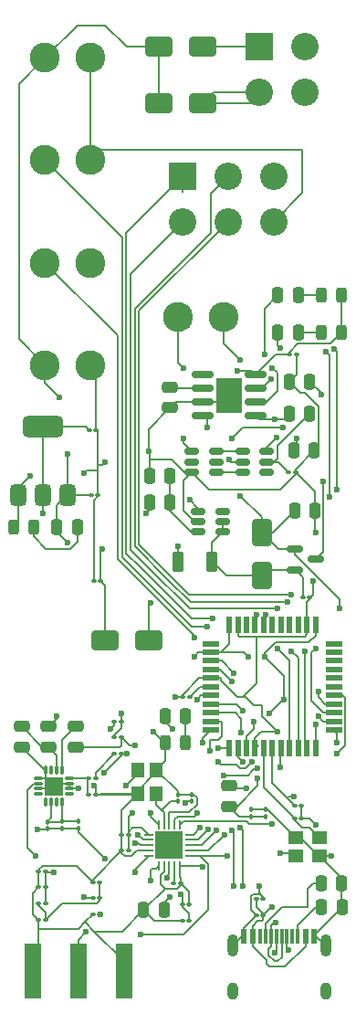
<source format=gbr>
%TF.GenerationSoftware,KiCad,Pcbnew,9.0.1*%
%TF.CreationDate,2025-07-21T15:53:40-04:00*%
%TF.ProjectId,wrangler,7772616e-676c-4657-922e-6b696361645f,rev?*%
%TF.SameCoordinates,Original*%
%TF.FileFunction,Copper,L1,Top*%
%TF.FilePolarity,Positive*%
%FSLAX46Y46*%
G04 Gerber Fmt 4.6, Leading zero omitted, Abs format (unit mm)*
G04 Created by KiCad (PCBNEW 9.0.1) date 2025-07-21 15:53:40*
%MOMM*%
%LPD*%
G01*
G04 APERTURE LIST*
G04 Aperture macros list*
%AMRoundRect*
0 Rectangle with rounded corners*
0 $1 Rounding radius*
0 $2 $3 $4 $5 $6 $7 $8 $9 X,Y pos of 4 corners*
0 Add a 4 corners polygon primitive as box body*
4,1,4,$2,$3,$4,$5,$6,$7,$8,$9,$2,$3,0*
0 Add four circle primitives for the rounded corners*
1,1,$1+$1,$2,$3*
1,1,$1+$1,$4,$5*
1,1,$1+$1,$6,$7*
1,1,$1+$1,$8,$9*
0 Add four rect primitives between the rounded corners*
20,1,$1+$1,$2,$3,$4,$5,0*
20,1,$1+$1,$4,$5,$6,$7,0*
20,1,$1+$1,$6,$7,$8,$9,0*
20,1,$1+$1,$8,$9,$2,$3,0*%
G04 Aperture macros list end*
%TA.AperFunction,SMDPad,CuDef*%
%ADD10RoundRect,0.100000X-0.130000X-0.100000X0.130000X-0.100000X0.130000X0.100000X-0.130000X0.100000X0*%
%TD*%
%TA.AperFunction,SMDPad,CuDef*%
%ADD11RoundRect,0.250000X-1.000000X-0.650000X1.000000X-0.650000X1.000000X0.650000X-1.000000X0.650000X0*%
%TD*%
%TA.AperFunction,SMDPad,CuDef*%
%ADD12RoundRect,0.100000X0.130000X0.100000X-0.130000X0.100000X-0.130000X-0.100000X0.130000X-0.100000X0*%
%TD*%
%TA.AperFunction,SMDPad,CuDef*%
%ADD13RoundRect,0.243750X-0.243750X-0.456250X0.243750X-0.456250X0.243750X0.456250X-0.243750X0.456250X0*%
%TD*%
%TA.AperFunction,SMDPad,CuDef*%
%ADD14RoundRect,0.150000X-0.587500X-0.150000X0.587500X-0.150000X0.587500X0.150000X-0.587500X0.150000X0*%
%TD*%
%TA.AperFunction,SMDPad,CuDef*%
%ADD15RoundRect,0.100000X-0.100000X0.130000X-0.100000X-0.130000X0.100000X-0.130000X0.100000X0.130000X0*%
%TD*%
%TA.AperFunction,SMDPad,CuDef*%
%ADD16RoundRect,0.250000X-0.475000X0.250000X-0.475000X-0.250000X0.475000X-0.250000X0.475000X0.250000X0*%
%TD*%
%TA.AperFunction,SMDPad,CuDef*%
%ADD17RoundRect,0.250000X0.250000X0.475000X-0.250000X0.475000X-0.250000X-0.475000X0.250000X-0.475000X0*%
%TD*%
%TA.AperFunction,SMDPad,CuDef*%
%ADD18RoundRect,0.250000X0.475000X-0.250000X0.475000X0.250000X-0.475000X0.250000X-0.475000X-0.250000X0*%
%TD*%
%TA.AperFunction,SMDPad,CuDef*%
%ADD19RoundRect,0.250000X-0.250000X-0.475000X0.250000X-0.475000X0.250000X0.475000X-0.250000X0.475000X0*%
%TD*%
%TA.AperFunction,SMDPad,CuDef*%
%ADD20RoundRect,0.250000X0.275000X0.700000X-0.275000X0.700000X-0.275000X-0.700000X0.275000X-0.700000X0*%
%TD*%
%TA.AperFunction,SMDPad,CuDef*%
%ADD21RoundRect,0.100000X0.100000X-0.130000X0.100000X0.130000X-0.100000X0.130000X-0.100000X-0.130000X0*%
%TD*%
%TA.AperFunction,SMDPad,CuDef*%
%ADD22RoundRect,0.150000X-0.512500X-0.150000X0.512500X-0.150000X0.512500X0.150000X-0.512500X0.150000X0*%
%TD*%
%TA.AperFunction,ComponentPad*%
%ADD23C,2.775000*%
%TD*%
%TA.AperFunction,SMDPad,CuDef*%
%ADD24RoundRect,0.033750X0.371250X0.101250X-0.371250X0.101250X-0.371250X-0.101250X0.371250X-0.101250X0*%
%TD*%
%TA.AperFunction,SMDPad,CuDef*%
%ADD25RoundRect,0.033750X0.101250X0.371250X-0.101250X0.371250X-0.101250X-0.371250X0.101250X-0.371250X0*%
%TD*%
%TA.AperFunction,SMDPad,CuDef*%
%ADD26R,1.700000X1.700000*%
%TD*%
%TA.AperFunction,SMDPad,CuDef*%
%ADD27RoundRect,0.375000X0.375000X-0.625000X0.375000X0.625000X-0.375000X0.625000X-0.375000X-0.625000X0*%
%TD*%
%TA.AperFunction,SMDPad,CuDef*%
%ADD28RoundRect,0.500000X1.400000X-0.500000X1.400000X0.500000X-1.400000X0.500000X-1.400000X-0.500000X0*%
%TD*%
%TA.AperFunction,SMDPad,CuDef*%
%ADD29R,0.600000X1.450000*%
%TD*%
%TA.AperFunction,SMDPad,CuDef*%
%ADD30R,0.300000X1.450000*%
%TD*%
%TA.AperFunction,HeatsinkPad*%
%ADD31O,1.000000X2.100000*%
%TD*%
%TA.AperFunction,HeatsinkPad*%
%ADD32O,1.000000X1.600000*%
%TD*%
%TA.AperFunction,SMDPad,CuDef*%
%ADD33RoundRect,0.250000X0.650000X-1.000000X0.650000X1.000000X-0.650000X1.000000X-0.650000X-1.000000X0*%
%TD*%
%TA.AperFunction,ComponentPad*%
%ADD34R,2.550000X2.550000*%
%TD*%
%TA.AperFunction,ComponentPad*%
%ADD35C,2.550000*%
%TD*%
%TA.AperFunction,SMDPad,CuDef*%
%ADD36R,1.400000X1.200000*%
%TD*%
%TA.AperFunction,SMDPad,CuDef*%
%ADD37RoundRect,0.150000X-0.825000X-0.150000X0.825000X-0.150000X0.825000X0.150000X-0.825000X0.150000X0*%
%TD*%
%TA.AperFunction,HeatsinkPad*%
%ADD38C,0.500000*%
%TD*%
%TA.AperFunction,HeatsinkPad*%
%ADD39R,2.410000X3.300000*%
%TD*%
%TA.AperFunction,SMDPad,CuDef*%
%ADD40RoundRect,0.062500X0.350000X0.062500X-0.350000X0.062500X-0.350000X-0.062500X0.350000X-0.062500X0*%
%TD*%
%TA.AperFunction,SMDPad,CuDef*%
%ADD41RoundRect,0.062500X0.062500X0.350000X-0.062500X0.350000X-0.062500X-0.350000X0.062500X-0.350000X0*%
%TD*%
%TA.AperFunction,HeatsinkPad*%
%ADD42R,2.500000X2.500000*%
%TD*%
%TA.AperFunction,SMDPad,CuDef*%
%ADD43R,1.500000X5.080000*%
%TD*%
%TA.AperFunction,SMDPad,CuDef*%
%ADD44R,1.200000X1.400000*%
%TD*%
%TA.AperFunction,SMDPad,CuDef*%
%ADD45R,1.500000X0.550000*%
%TD*%
%TA.AperFunction,SMDPad,CuDef*%
%ADD46R,0.550000X1.500000*%
%TD*%
%TA.AperFunction,ViaPad*%
%ADD47C,0.600000*%
%TD*%
%TA.AperFunction,Conductor*%
%ADD48C,0.200000*%
%TD*%
G04 APERTURE END LIST*
D10*
%TO.P,C10,1*%
%TO.N,Net-(U4-DVDD)*%
X193835000Y-139000000D03*
%TO.P,C10,2*%
%TO.N,GND*%
X194475000Y-139000000D03*
%TD*%
D11*
%TO.P,D1,1,K*%
%TO.N,+5.3V*%
X187500000Y-116500000D03*
%TO.P,D1,2,A*%
%TO.N,Net-(D1-A)*%
X191500000Y-116500000D03*
%TD*%
D12*
%TO.P,C17,1*%
%TO.N,Net-(U5-ANT)*%
X181975000Y-139400000D03*
%TO.P,C17,2*%
%TO.N,GND*%
X181335000Y-139400000D03*
%TD*%
D11*
%TO.P,D3,1,K*%
%TO.N,+5V*%
X192500000Y-66750000D03*
%TO.P,D3,2,A*%
%TO.N,LowSwitch*%
X196500000Y-66750000D03*
%TD*%
D13*
%TO.P,D12,1,K*%
%TO.N,GND*%
X193075000Y-126000000D03*
%TO.P,D12,2,A*%
%TO.N,Net-(D12-A)*%
X194950000Y-126000000D03*
%TD*%
D12*
%TO.P,C22,1*%
%TO.N,GND*%
X205140000Y-100900000D03*
%TO.P,C22,2*%
%TO.N,Net-(U8-VCC)*%
X204500000Y-100900000D03*
%TD*%
%TO.P,C16,1*%
%TO.N,Net-(U5-ANT)*%
X181975000Y-137900000D03*
%TO.P,C16,2*%
%TO.N,GND*%
X181335000Y-137900000D03*
%TD*%
D14*
%TO.P,Q2,1,G*%
%TO.N,Vusb*%
X205125000Y-108050000D03*
%TO.P,Q2,2,S*%
%TO.N,Net-(D2-K)*%
X205125000Y-109950000D03*
%TO.P,Q2,3,D*%
%TO.N,+V_Batt*%
X207000000Y-109000000D03*
%TD*%
D15*
%TO.P,C14,1*%
%TO.N,Net-(C13-Pad1)*%
X183500000Y-133285000D03*
%TO.P,C14,2*%
%TO.N,+3.3V*%
X183500000Y-133925000D03*
%TD*%
D16*
%TO.P,R8,1*%
%TO.N,Net-(U5-TXEN)*%
X184750000Y-124500000D03*
%TO.P,R8,2*%
%TO.N,VDD_PA*%
X184750000Y-126400000D03*
%TD*%
D10*
%TO.P,L3,1,1*%
%TO.N,Net-(C6-Pad1)*%
X188335000Y-127000000D03*
%TO.P,L3,2,2*%
%TO.N,Net-(U4-ANT2)*%
X188975000Y-127000000D03*
%TD*%
D17*
%TO.P,R12,1*%
%TO.N,GND*%
X206900000Y-98900000D03*
%TO.P,R12,2*%
%TO.N,Net-(U8-GND)*%
X205000000Y-98900000D03*
%TD*%
D18*
%TO.P,R3,1*%
%TO.N,GND*%
X193500000Y-94950000D03*
%TO.P,R3,2*%
%TO.N,Net-(U2-PROG)*%
X193500000Y-93050000D03*
%TD*%
D19*
%TO.P,R9,1*%
%TO.N,Vusb*%
X205050000Y-104500000D03*
%TO.P,R9,2*%
%TO.N,GND*%
X206950000Y-104500000D03*
%TD*%
%TO.P,R5,1*%
%TO.N,GND*%
X191050000Y-141500000D03*
%TO.P,R5,2*%
%TO.N,Net-(U4-IREF)*%
X192950000Y-141500000D03*
%TD*%
D17*
%TO.P,R10,1*%
%TO.N,Net-(D11-A)*%
X184900000Y-106000000D03*
%TO.P,R10,2*%
%TO.N,+5V*%
X183000000Y-106000000D03*
%TD*%
D12*
%TO.P,C20,1*%
%TO.N,Net-(J2-In)*%
X186975000Y-141900000D03*
%TO.P,C20,2*%
%TO.N,GND*%
X186335000Y-141900000D03*
%TD*%
D20*
%TO.P,L5,1,1*%
%TO.N,Net-(D2-K)*%
X197400000Y-109250000D03*
%TO.P,L5,2,2*%
%TO.N,Net-(D1-A)*%
X194250000Y-109250000D03*
%TD*%
D12*
%TO.P,C19,1*%
%TO.N,Net-(C18-Pad1)*%
X186975000Y-138900000D03*
%TO.P,C19,2*%
%TO.N,GND*%
X186335000Y-138900000D03*
%TD*%
D21*
%TO.P,C28,1*%
%TO.N,+5V*%
X201000000Y-132820000D03*
%TO.P,C28,2*%
%TO.N,GND*%
X201000000Y-132180000D03*
%TD*%
D17*
%TO.P,R14,1*%
%TO.N,Net-(U8-VCC)*%
X206450000Y-95500000D03*
%TO.P,R14,2*%
%TO.N,+V_Batt*%
X204550000Y-95500000D03*
%TD*%
D22*
%TO.P,U8,1,OD*%
%TO.N,Net-(Q3-G1)*%
X200225000Y-99000000D03*
%TO.P,U8,2,CS*%
%TO.N,Net-(U8-CS)*%
X200225000Y-99950000D03*
%TO.P,U8,3,OC*%
%TO.N,Net-(Q3-G2)*%
X200225000Y-100900000D03*
%TO.P,U8,4,TD*%
%TO.N,unconnected-(U8-TD-Pad4)*%
X202500000Y-100900000D03*
%TO.P,U8,5,VCC*%
%TO.N,Net-(U8-VCC)*%
X202500000Y-99950000D03*
%TO.P,U8,6,GND*%
%TO.N,Net-(U8-GND)*%
X202500000Y-99000000D03*
%TD*%
D19*
%TO.P,R16,1*%
%TO.N,GND*%
X191600000Y-101250000D03*
%TO.P,R16,2*%
%TO.N,Net-(U9-FB)*%
X193500000Y-101250000D03*
%TD*%
D10*
%TO.P,C21,1*%
%TO.N,GND*%
X201525000Y-142000000D03*
%TO.P,C21,2*%
%TO.N,Vusb*%
X202165000Y-142000000D03*
%TD*%
D12*
%TO.P,L2,1,1*%
%TO.N,VDD_PA*%
X188973687Y-125500000D03*
%TO.P,L2,2,2*%
%TO.N,Net-(U4-ANT1)*%
X188333687Y-125500000D03*
%TD*%
%TO.P,C6,1*%
%TO.N,Net-(C6-Pad1)*%
X186600000Y-129285000D03*
%TO.P,C6,2*%
%TO.N,Net-(U5-TXRX)*%
X185960000Y-129285000D03*
%TD*%
D16*
%TO.P,R6,1*%
%TO.N,CE*%
X182250000Y-124500000D03*
%TO.P,R6,2*%
%TO.N,Net-(U5-RXEN)*%
X182250000Y-126400000D03*
%TD*%
D10*
%TO.P,C23,1*%
%TO.N,Net-(D2-K)*%
X205835000Y-112500000D03*
%TO.P,C23,2*%
%TO.N,GND*%
X206475000Y-112500000D03*
%TD*%
D17*
%TO.P,R13,1*%
%TO.N,Net-(U8-CS)*%
X206450000Y-92500000D03*
%TO.P,R13,2*%
%TO.N,GND*%
X204550000Y-92500000D03*
%TD*%
D22*
%TO.P,U9,1,SW*%
%TO.N,Net-(D1-A)*%
X196125000Y-104550000D03*
%TO.P,U9,2,GND*%
%TO.N,GND*%
X196125000Y-105500000D03*
%TO.P,U9,3,FB*%
%TO.N,Net-(U9-FB)*%
X196125000Y-106450000D03*
%TO.P,U9,4,EN*%
%TO.N,Net-(D2-K)*%
X198400000Y-106450000D03*
%TO.P,U9,5,IN*%
X198400000Y-105500000D03*
%TO.P,U9,6,NC*%
%TO.N,unconnected-(U9-NC-Pad6)*%
X198400000Y-104550000D03*
%TD*%
D10*
%TO.P,C30,1*%
%TO.N,Net-(U3-XTAL2)*%
X205049466Y-132995460D03*
%TO.P,C30,2*%
%TO.N,GND*%
X205689466Y-132995460D03*
%TD*%
D21*
%TO.P,C29,1*%
%TO.N,+5V*%
X202369466Y-132815460D03*
%TO.P,C29,2*%
%TO.N,GND*%
X202369466Y-132175460D03*
%TD*%
D12*
%TO.P,L6,1,1*%
%TO.N,Net-(C18-Pad1)*%
X186975000Y-140400000D03*
%TO.P,L6,2,2*%
%TO.N,Net-(J2-In)*%
X186335000Y-140400000D03*
%TD*%
D21*
%TO.P,C11,1*%
%TO.N,Net-(U4-XC2)*%
X194250000Y-131415000D03*
%TO.P,C11,2*%
%TO.N,GND*%
X194250000Y-130775000D03*
%TD*%
%TO.P,C12,1*%
%TO.N,Net-(U4-XC1)*%
X195500000Y-131415000D03*
%TO.P,C12,2*%
%TO.N,GND*%
X195500000Y-130775000D03*
%TD*%
D19*
%TO.P,R19,1*%
%TO.N,Net-(U3-PB7)*%
X193050000Y-123500000D03*
%TO.P,R19,2*%
%TO.N,Net-(D12-A)*%
X194950000Y-123500000D03*
%TD*%
D12*
%TO.P,C8,1*%
%TO.N,+3.3V*%
X195283379Y-142500000D03*
%TO.P,C8,2*%
%TO.N,GND*%
X194643379Y-142500000D03*
%TD*%
D23*
%TO.P,J-LED1,1,1*%
%TO.N,GND*%
X186100000Y-62500000D03*
%TO.P,J-LED1,2,2*%
%TO.N,+5V*%
X181900000Y-62500000D03*
%TD*%
D10*
%TO.P,C31,1*%
%TO.N,Net-(U3-XTAL1)*%
X205055712Y-131796221D03*
%TO.P,C31,2*%
%TO.N,GND*%
X205695712Y-131796221D03*
%TD*%
D18*
%TO.P,R7,1*%
%TO.N,GND*%
X179750000Y-126400000D03*
%TO.P,R7,2*%
%TO.N,Net-(U5-RXEN)*%
X179750000Y-124500000D03*
%TD*%
D10*
%TO.P,C24,1*%
%TO.N,GND*%
X186430000Y-111000000D03*
%TO.P,C24,2*%
%TO.N,+5.3V*%
X187070000Y-111000000D03*
%TD*%
D23*
%TO.P,J-Trigger1,1,1*%
%TO.N,GND*%
X186100000Y-81500000D03*
%TO.P,J-Trigger1,2,2*%
%TO.N,GPIO5*%
X181900000Y-81500000D03*
%TD*%
D13*
%TO.P,D10,1,K*%
%TO.N,Net-(D10-K)*%
X207525000Y-88000000D03*
%TO.P,D10,2,A*%
%TO.N,Vusb*%
X209400000Y-88000000D03*
%TD*%
D24*
%TO.P,U5,1*%
%TO.N,N/C*%
X184195000Y-130755000D03*
%TO.P,U5,2,GND*%
%TO.N,GND*%
X184195000Y-130255000D03*
%TO.P,U5,3,GND*%
X184195000Y-129755000D03*
%TO.P,U5,4,TXRX*%
%TO.N,Net-(U5-TXRX)*%
X184195000Y-129255000D03*
D25*
%TO.P,U5,5,TXEN*%
%TO.N,Net-(U5-TXEN)*%
X183500000Y-128560000D03*
%TO.P,U5,6,RXEN*%
%TO.N,Net-(U5-RXEN)*%
X183000000Y-128560000D03*
%TO.P,U5,7*%
%TO.N,N/C*%
X182500000Y-128560000D03*
%TO.P,U5,8,GND*%
%TO.N,GND*%
X182000000Y-128560000D03*
D24*
%TO.P,U5,9,GND*%
X181305000Y-129255000D03*
%TO.P,U5,10,ANT*%
%TO.N,Net-(U5-ANT)*%
X181305000Y-129755000D03*
%TO.P,U5,11,GND*%
%TO.N,GND*%
X181305000Y-130255000D03*
%TO.P,U5,12*%
%TO.N,N/C*%
X181305000Y-130755000D03*
D25*
%TO.P,U5,13*%
X182000000Y-131450000D03*
%TO.P,U5,14,VDD*%
%TO.N,Net-(C13-Pad1)*%
X182500000Y-131450000D03*
%TO.P,U5,15*%
%TO.N,N/C*%
X183000000Y-131450000D03*
%TO.P,U5,16,VDD*%
%TO.N,Net-(C13-Pad1)*%
X183500000Y-131450000D03*
D26*
%TO.P,U5,17,GND*%
%TO.N,GND*%
X182750000Y-130005000D03*
%TD*%
D12*
%TO.P,C7,1*%
%TO.N,GND*%
X186600000Y-130785000D03*
%TO.P,C7,2*%
%TO.N,Net-(U5-TXRX)*%
X185960000Y-130785000D03*
%TD*%
D10*
%TO.P,C26,1*%
%TO.N,+3.3V*%
X186025000Y-97000000D03*
%TO.P,C26,2*%
%TO.N,GND*%
X186665000Y-97000000D03*
%TD*%
D17*
%TO.P,R15,1*%
%TO.N,Net-(U9-FB)*%
X193500000Y-103750000D03*
%TO.P,R15,2*%
%TO.N,+5.3V*%
X191600000Y-103750000D03*
%TD*%
D23*
%TO.P,J-BattLED1,1,1*%
%TO.N,GND*%
X186100000Y-91000000D03*
%TO.P,J-BattLED1,2,2*%
%TO.N,+5V*%
X181900000Y-91000000D03*
%TD*%
D19*
%TO.P,R2,1*%
%TO.N,Net-(U2-~{CHRG})*%
X203500000Y-88000000D03*
%TO.P,R2,2*%
%TO.N,Net-(D10-K)*%
X205400000Y-88000000D03*
%TD*%
D27*
%TO.P,U6,1,ADJ*%
%TO.N,GND*%
X179400000Y-103000000D03*
%TO.P,U6,2,VO*%
%TO.N,+3.3V*%
X181700000Y-103000000D03*
D28*
X181700000Y-96700000D03*
D27*
%TO.P,U6,3,VI*%
%TO.N,+5V*%
X184000000Y-103000000D03*
%TD*%
D12*
%TO.P,C5,1*%
%TO.N,VDD_PA*%
X189665000Y-136000000D03*
%TO.P,C5,2*%
%TO.N,GND*%
X189025000Y-136000000D03*
%TD*%
%TO.P,C4,1*%
%TO.N,VDD_PA*%
X189665000Y-134500000D03*
%TO.P,C4,2*%
%TO.N,GND*%
X189025000Y-134500000D03*
%TD*%
D13*
%TO.P,D9,1,K*%
%TO.N,Net-(D9-K)*%
X207500000Y-84500000D03*
%TO.P,D9,2,A*%
%TO.N,Vusb*%
X209375000Y-84500000D03*
%TD*%
D12*
%TO.P,C32,1*%
%TO.N,Net-(U3-UCAP)*%
X195320000Y-121750000D03*
%TO.P,C32,2*%
%TO.N,GND*%
X194680000Y-121750000D03*
%TD*%
D17*
%TO.P,R18,1*%
%TO.N,GND*%
X209450000Y-141250000D03*
%TO.P,R18,2*%
%TO.N,Net-(J1-CC2)*%
X207550000Y-141250000D03*
%TD*%
D12*
%TO.P,C18,1*%
%TO.N,Net-(C18-Pad1)*%
X181975000Y-142400000D03*
%TO.P,C18,2*%
%TO.N,GND*%
X181335000Y-142400000D03*
%TD*%
D29*
%TO.P,J1,A1,GND*%
%TO.N,GND*%
X200360000Y-143905000D03*
%TO.P,J1,A4,VBUS*%
%TO.N,Vusb*%
X201160000Y-143905000D03*
D30*
%TO.P,J1,A5,CC1*%
%TO.N,Net-(J1-CC1)*%
X202360000Y-143905000D03*
%TO.P,J1,A6,D+*%
%TO.N,D+*%
X203360000Y-143905000D03*
%TO.P,J1,A7,D-*%
%TO.N,D-*%
X203860000Y-143905000D03*
%TO.P,J1,A8,SBU1*%
%TO.N,unconnected-(J1-SBU1-PadA8)*%
X204860000Y-143905000D03*
D29*
%TO.P,J1,A9,VBUS*%
%TO.N,Vusb*%
X206060000Y-143905000D03*
%TO.P,J1,A12,GND*%
%TO.N,GND*%
X206860000Y-143905000D03*
%TO.P,J1,B1,GND*%
X206860000Y-143905000D03*
%TO.P,J1,B4,VBUS*%
%TO.N,Vusb*%
X206060000Y-143905000D03*
D30*
%TO.P,J1,B5,CC2*%
%TO.N,Net-(J1-CC2)*%
X205360000Y-143905000D03*
%TO.P,J1,B6,D+*%
%TO.N,D+*%
X204360000Y-143905000D03*
%TO.P,J1,B7,D-*%
%TO.N,D-*%
X202860000Y-143905000D03*
%TO.P,J1,B8,SBU2*%
%TO.N,unconnected-(J1-SBU2-PadB8)*%
X201860000Y-143905000D03*
D29*
%TO.P,J1,B9,VBUS*%
%TO.N,Vusb*%
X201160000Y-143905000D03*
%TO.P,J1,B12,GND*%
%TO.N,GND*%
X200360000Y-143905000D03*
D31*
%TO.P,J1,S1,SHIELD*%
X199290000Y-144820000D03*
D32*
X199290000Y-149000000D03*
D31*
X207930000Y-144820000D03*
D32*
X207930000Y-149000000D03*
%TD*%
D33*
%TO.P,D2,1,K*%
%TO.N,Net-(D2-K)*%
X202000000Y-110500000D03*
%TO.P,D2,2,A*%
%TO.N,Vusb*%
X202000000Y-106500000D03*
%TD*%
D12*
%TO.P,C9,1*%
%TO.N,GND*%
X195270000Y-141000000D03*
%TO.P,C9,2*%
%TO.N,+3.3V*%
X194630000Y-141000000D03*
%TD*%
D19*
%TO.P,R1,1*%
%TO.N,Net-(U2-~{STDBY})*%
X203500000Y-84500000D03*
%TO.P,R1,2*%
%TO.N,Net-(D9-K)*%
X205400000Y-84500000D03*
%TD*%
D34*
%TO.P,J-Joystick1,1,1*%
%TO.N,GPIO1*%
X194700000Y-73500000D03*
D35*
%TO.P,J-Joystick1,2,2*%
%TO.N,GPIO2*%
X194700000Y-77700000D03*
%TO.P,J-Joystick1,3,3*%
%TO.N,GPIO3*%
X198900000Y-73500000D03*
%TO.P,J-Joystick1,4,4*%
%TO.N,GPIO4*%
X198900000Y-77700000D03*
%TO.P,J-Joystick1,5,5*%
%TO.N,unconnected-(J-Joystick1-Pad5)*%
X203100000Y-73500000D03*
%TO.P,J-Joystick1,6,6*%
%TO.N,GND*%
X203100000Y-77700000D03*
%TD*%
D15*
%TO.P,C13,1*%
%TO.N,Net-(C13-Pad1)*%
X182100000Y-133310000D03*
%TO.P,C13,2*%
%TO.N,+3.3V*%
X182100000Y-133950000D03*
%TD*%
D11*
%TO.P,D4,1,K*%
%TO.N,+5V*%
X192500000Y-61500000D03*
%TO.P,D4,2,A*%
%TO.N,HighSwitch*%
X196500000Y-61500000D03*
%TD*%
D36*
%TO.P,Y2,1,1*%
%TO.N,Net-(U3-XTAL1)*%
X205169466Y-136495460D03*
%TO.P,Y2,2,2*%
%TO.N,GND*%
X207369466Y-136495460D03*
%TO.P,Y2,3,3*%
%TO.N,Net-(U3-XTAL2)*%
X207369466Y-134795460D03*
%TO.P,Y2,4,4*%
%TO.N,GND*%
X205169466Y-134795460D03*
%TD*%
D23*
%TO.P,J-18650,1,1*%
%TO.N,-V_Batt*%
X194250000Y-86500000D03*
%TO.P,J-18650,2,2*%
%TO.N,+V_Batt*%
X198450000Y-86500000D03*
%TD*%
D16*
%TO.P,R17,1*%
%TO.N,Net-(U3-~{RESET})*%
X199000000Y-130000000D03*
%TO.P,R17,2*%
%TO.N,+5V*%
X199000000Y-131900000D03*
%TD*%
D37*
%TO.P,U2,1,TEMP*%
%TO.N,unconnected-(U2-TEMP-Pad1)*%
X196500000Y-91895000D03*
%TO.P,U2,2,PROG*%
%TO.N,Net-(U2-PROG)*%
X196500000Y-93165000D03*
%TO.P,U2,3,GND*%
%TO.N,GND*%
X196500000Y-94435000D03*
%TO.P,U2,4,V_{CC}*%
%TO.N,Vusb*%
X196500000Y-95705000D03*
%TO.P,U2,5,BAT*%
%TO.N,+V_Batt*%
X201450000Y-95705000D03*
%TO.P,U2,6,~{STDBY}*%
%TO.N,Net-(U2-~{STDBY})*%
X201450000Y-94435000D03*
%TO.P,U2,7,~{CHRG}*%
%TO.N,Net-(U2-~{CHRG})*%
X201450000Y-93165000D03*
%TO.P,U2,8,CE*%
%TO.N,Vusb*%
X201450000Y-91895000D03*
D38*
%TO.P,U2,9,EPAD*%
%TO.N,GND*%
X198275000Y-92600000D03*
X198275000Y-93800000D03*
X198275000Y-95000000D03*
D39*
X198975000Y-93800000D03*
D38*
X199675000Y-92600000D03*
X199675000Y-93800000D03*
X199675000Y-95000000D03*
%TD*%
D34*
%TO.P,J-PowerSwitch1,1,1*%
%TO.N,HighSwitch*%
X201800000Y-61500000D03*
D35*
%TO.P,J-PowerSwitch1,2,2*%
%TO.N,LowSwitch*%
X201800000Y-65700000D03*
%TO.P,J-PowerSwitch1,3,3*%
%TO.N,unconnected-(J-PowerSwitch1-Pad3)*%
X206000000Y-61500000D03*
%TO.P,J-PowerSwitch1,4,4*%
%TO.N,+5.3V*%
X206000000Y-65700000D03*
%TD*%
D15*
%TO.P,C15,1*%
%TO.N,Net-(C13-Pad1)*%
X185000000Y-133285000D03*
%TO.P,C15,2*%
%TO.N,+3.3V*%
X185000000Y-133925000D03*
%TD*%
D40*
%TO.P,U4,1,CE*%
%TO.N,CE*%
X195375000Y-136500000D03*
%TO.P,U4,2,CSN*%
%TO.N,CSN*%
X195375000Y-136000000D03*
%TO.P,U4,3,SCK*%
%TO.N,SCK*%
X195375000Y-135500000D03*
%TO.P,U4,4,MOSI*%
%TO.N,MOSI*%
X195375000Y-135000000D03*
%TO.P,U4,5,MISO*%
%TO.N,MISO*%
X195375000Y-134500000D03*
D41*
%TO.P,U4,6,IRQ*%
%TO.N,IRQ*%
X194437500Y-133562500D03*
%TO.P,U4,7,VDD*%
%TO.N,+3.3V*%
X193937500Y-133562500D03*
%TO.P,U4,8,VSS*%
%TO.N,GND*%
X193437500Y-133562500D03*
%TO.P,U4,9,XC2*%
%TO.N,Net-(U4-XC2)*%
X192937500Y-133562500D03*
%TO.P,U4,10,XC1*%
%TO.N,Net-(U4-XC1)*%
X192437500Y-133562500D03*
D40*
%TO.P,U4,11,VDD_PA*%
%TO.N,VDD_PA*%
X191500000Y-134500000D03*
%TO.P,U4,12,ANT1*%
%TO.N,Net-(U4-ANT1)*%
X191500000Y-135000000D03*
%TO.P,U4,13,ANT2*%
%TO.N,Net-(U4-ANT2)*%
X191500000Y-135500000D03*
%TO.P,U4,14,VSS*%
%TO.N,GND*%
X191500000Y-136000000D03*
%TO.P,U4,15,VDD*%
%TO.N,+3.3V*%
X191500000Y-136500000D03*
D41*
%TO.P,U4,16,IREF*%
%TO.N,Net-(U4-IREF)*%
X192437500Y-137437500D03*
%TO.P,U4,17,VSS*%
%TO.N,GND*%
X192937500Y-137437500D03*
%TO.P,U4,18,VDD*%
%TO.N,+3.3V*%
X193437500Y-137437500D03*
%TO.P,U4,19,DVDD*%
%TO.N,Net-(U4-DVDD)*%
X193937500Y-137437500D03*
%TO.P,U4,20,VSS*%
%TO.N,GND*%
X194437500Y-137437500D03*
D42*
%TO.P,U4,21*%
%TO.N,N/C*%
X193437500Y-135500000D03*
%TD*%
D12*
%TO.P,L1,1,1*%
%TO.N,Net-(U4-ANT1)*%
X188976997Y-124000000D03*
%TO.P,L1,2,2*%
%TO.N,Net-(U4-ANT2)*%
X188336997Y-124000000D03*
%TD*%
D10*
%TO.P,C1,1*%
%TO.N,Vusb*%
X204585000Y-90000000D03*
%TO.P,C1,2*%
%TO.N,GND*%
X205225000Y-90000000D03*
%TD*%
D23*
%TO.P,J-Spare1,1,1*%
%TO.N,GND*%
X186100000Y-72000000D03*
%TO.P,J-Spare1,2,2*%
%TO.N,GPIO6*%
X181900000Y-72000000D03*
%TD*%
D13*
%TO.P,D11,1,K*%
%TO.N,GND*%
X179012500Y-106000000D03*
%TO.P,D11,2,A*%
%TO.N,Net-(D11-A)*%
X180887500Y-106000000D03*
%TD*%
D10*
%TO.P,C25,1*%
%TO.N,+5V*%
X186180000Y-103000000D03*
%TO.P,C25,2*%
%TO.N,GND*%
X186820000Y-103000000D03*
%TD*%
%TO.P,C27,1*%
%TO.N,Vusb*%
X201525000Y-140500000D03*
%TO.P,C27,2*%
%TO.N,GND*%
X202165000Y-140500000D03*
%TD*%
D43*
%TO.P,J2,1,In*%
%TO.N,Net-(J2-In)*%
X185000000Y-147137500D03*
%TO.P,J2,2,Ext*%
%TO.N,GND*%
X189250000Y-147137500D03*
X180750000Y-147137500D03*
%TD*%
D12*
%TO.P,L4,1,1*%
%TO.N,Net-(U5-ANT)*%
X181975000Y-140900000D03*
%TO.P,L4,2,2*%
%TO.N,Net-(C18-Pad1)*%
X181335000Y-140900000D03*
%TD*%
D44*
%TO.P,Y1,1,1*%
%TO.N,Net-(U4-XC2)*%
X192250000Y-130700000D03*
%TO.P,Y1,2,2*%
%TO.N,GND*%
X192250000Y-128500000D03*
%TO.P,Y1,3,3*%
%TO.N,Net-(U4-XC1)*%
X190550000Y-128500000D03*
%TO.P,Y1,4,4*%
%TO.N,GND*%
X190550000Y-130700000D03*
%TD*%
D22*
%TO.P,Q3,1,S1*%
%TO.N,-V_Batt*%
X195500000Y-99000000D03*
%TO.P,Q3,2,D1/D2_1*%
%TO.N,unconnected-(Q3-D1{slash}D2_1-Pad2)*%
X195500000Y-99950000D03*
%TO.P,Q3,3,S2*%
%TO.N,GND*%
X195500000Y-100900000D03*
%TO.P,Q3,4,G2*%
%TO.N,Net-(Q3-G2)*%
X197775000Y-100900000D03*
%TO.P,Q3,5,D1/D2_2*%
%TO.N,unconnected-(Q3-D1{slash}D2_2-Pad5)*%
X197775000Y-99950000D03*
%TO.P,Q3,6,G1*%
%TO.N,Net-(Q3-G1)*%
X197775000Y-99000000D03*
%TD*%
D17*
%TO.P,R11,1*%
%TO.N,GND*%
X209400000Y-139000000D03*
%TO.P,R11,2*%
%TO.N,Net-(J1-CC1)*%
X207500000Y-139000000D03*
%TD*%
D45*
%TO.P,U3,1,PE6*%
%TO.N,unconnected-(U3-PE6-Pad1)*%
X197300000Y-116800000D03*
%TO.P,U3,2,UVCC*%
%TO.N,+5V*%
X197300000Y-117600000D03*
%TO.P,U3,3,D-*%
%TO.N,D-*%
X197300000Y-118400000D03*
%TO.P,U3,4,D+*%
%TO.N,D+*%
X197300000Y-119200000D03*
%TO.P,U3,5,UGND*%
%TO.N,GND*%
X197300000Y-120000000D03*
%TO.P,U3,6,UCAP*%
%TO.N,Net-(U3-UCAP)*%
X197300000Y-120800000D03*
%TO.P,U3,7,VBUS*%
%TO.N,+5V*%
X197300000Y-121600000D03*
%TO.P,U3,8,PB0*%
%TO.N,CSN*%
X197300000Y-122400000D03*
%TO.P,U3,9,PB1*%
%TO.N,SCK*%
X197300000Y-123200000D03*
%TO.P,U3,10,PB2*%
%TO.N,MOSI*%
X197300000Y-124000000D03*
%TO.P,U3,11,PB3*%
%TO.N,MISO*%
X197300000Y-124800000D03*
D46*
%TO.P,U3,12,PB7*%
%TO.N,Net-(U3-PB7)*%
X199000000Y-126500000D03*
%TO.P,U3,13,~{RESET}*%
%TO.N,Net-(U3-~{RESET})*%
X199800000Y-126500000D03*
%TO.P,U3,14,VCC*%
%TO.N,+5V*%
X200600000Y-126500000D03*
%TO.P,U3,15,GND*%
%TO.N,GND*%
X201400000Y-126500000D03*
%TO.P,U3,16,XTAL2*%
%TO.N,Net-(U3-XTAL2)*%
X202200000Y-126500000D03*
%TO.P,U3,17,XTAL1*%
%TO.N,Net-(U3-XTAL1)*%
X203000000Y-126500000D03*
%TO.P,U3,18,PD0*%
%TO.N,IRQ*%
X203800000Y-126500000D03*
%TO.P,U3,19,PD1*%
%TO.N,GPIO1*%
X204600000Y-126500000D03*
%TO.P,U3,20,PD2*%
%TO.N,GPIO2*%
X205400000Y-126500000D03*
%TO.P,U3,21,PD3*%
%TO.N,GPIO3*%
X206200000Y-126500000D03*
%TO.P,U3,22,PD5*%
%TO.N,GPIO5*%
X207000000Y-126500000D03*
D45*
%TO.P,U3,23,GND*%
%TO.N,GND*%
X208700000Y-124800000D03*
%TO.P,U3,24,AVCC*%
%TO.N,+5V*%
X208700000Y-124000000D03*
%TO.P,U3,25,PD4*%
%TO.N,GPIO4*%
X208700000Y-123200000D03*
%TO.P,U3,26,PD6*%
%TO.N,GPIO6*%
X208700000Y-122400000D03*
%TO.P,U3,27,PD7*%
%TO.N,CE*%
X208700000Y-121600000D03*
%TO.P,U3,28,PB4*%
%TO.N,unconnected-(U3-PB4-Pad28)*%
X208700000Y-120800000D03*
%TO.P,U3,29,PB5*%
%TO.N,unconnected-(U3-PB5-Pad29)*%
X208700000Y-120000000D03*
%TO.P,U3,30,PB6*%
%TO.N,unconnected-(U3-PB6-Pad30)*%
X208700000Y-119200000D03*
%TO.P,U3,31,PC6*%
%TO.N,unconnected-(U3-PC6-Pad31)*%
X208700000Y-118400000D03*
%TO.P,U3,32,PC7*%
%TO.N,unconnected-(U3-PC7-Pad32)*%
X208700000Y-117600000D03*
%TO.P,U3,33,~{HWB}/PE2*%
%TO.N,unconnected-(U3-~{HWB}{slash}PE2-Pad33)*%
X208700000Y-116800000D03*
D46*
%TO.P,U3,34,VCC*%
%TO.N,+5V*%
X207000000Y-115100000D03*
%TO.P,U3,35,GND*%
%TO.N,GND*%
X206200000Y-115100000D03*
%TO.P,U3,36,PF7*%
%TO.N,unconnected-(U3-PF7-Pad36)*%
X205400000Y-115100000D03*
%TO.P,U3,37,PF6*%
%TO.N,unconnected-(U3-PF6-Pad37)*%
X204600000Y-115100000D03*
%TO.P,U3,38,PF5*%
%TO.N,unconnected-(U3-PF5-Pad38)*%
X203800000Y-115100000D03*
%TO.P,U3,39,PF4*%
%TO.N,unconnected-(U3-PF4-Pad39)*%
X203000000Y-115100000D03*
%TO.P,U3,40,PF1*%
%TO.N,HighSwitch*%
X202200000Y-115100000D03*
%TO.P,U3,41,PF0*%
%TO.N,LowSwitch*%
X201400000Y-115100000D03*
%TO.P,U3,42,AREF*%
%TO.N,unconnected-(U3-AREF-Pad42)*%
X200600000Y-115100000D03*
%TO.P,U3,43,GND*%
%TO.N,GND*%
X199800000Y-115100000D03*
%TO.P,U3,44,AVCC*%
%TO.N,+5V*%
X199000000Y-115100000D03*
%TD*%
D47*
%TO.N,CE*%
X183000000Y-123500000D03*
X190750000Y-143750000D03*
%TO.N,HighSwitch*%
X208750000Y-89500000D03*
X209000000Y-102500000D03*
%TO.N,LowSwitch*%
X208000000Y-89750000D03*
X208300000Y-103250000D03*
%TO.N,HighSwitch*%
X202340904Y-114115544D03*
%TO.N,LowSwitch*%
X201500000Y-114115544D03*
%TO.N,+5V*%
X184000000Y-107450000D03*
X201650000Y-129250000D03*
X201250000Y-124000000D03*
X202750000Y-123250000D03*
X195750000Y-118000000D03*
X196000000Y-122000000D03*
X207250000Y-123500000D03*
X204050000Y-122000000D03*
X202250000Y-118000000D03*
X200750000Y-118000000D03*
%TO.N,Net-(U5-ANT)*%
X182750000Y-138000000D03*
X181000000Y-136500000D03*
%TO.N,+3.3V*%
X181250000Y-134000000D03*
X181750000Y-104750000D03*
X194500000Y-140000000D03*
%TO.N,Net-(D1-A)*%
X191750000Y-113000000D03*
%TO.N,GND*%
X196500000Y-137500000D03*
X192000000Y-125000000D03*
X208500000Y-136500000D03*
X180500000Y-101250000D03*
X207058997Y-133636461D03*
X187500000Y-100000000D03*
X185500000Y-101000000D03*
X206750000Y-111000000D03*
X209000000Y-126000000D03*
X207000000Y-106500000D03*
X191500000Y-99000000D03*
X203500000Y-125000000D03*
X194000000Y-121750000D03*
X189250000Y-147137500D03*
X186500000Y-130000000D03*
X180750000Y-147137500D03*
X185000000Y-130250000D03*
X201750000Y-139250000D03*
%TO.N,Vusb*%
X197000000Y-96750000D03*
X200000000Y-103100000D03*
X199750000Y-91500000D03*
X197000000Y-95750000D03*
X209250000Y-113500000D03*
X203000000Y-141250000D03*
%TO.N,VDD_PA*%
X190000000Y-132500000D03*
X190250000Y-126250000D03*
%TO.N,+3.3V*%
X190250000Y-138000000D03*
X187463235Y-136713235D03*
X193250000Y-138500000D03*
X196031700Y-132531700D03*
%TO.N,Net-(U4-XC1)*%
X191750000Y-132500000D03*
X189449998Y-130000000D03*
X194948952Y-131587217D03*
%TO.N,Net-(J2-In)*%
X185700735Y-143549265D03*
X187065000Y-141882042D03*
X185500000Y-140301000D03*
%TO.N,+5.3V*%
X187250000Y-108000000D03*
X191250000Y-104750000D03*
%TO.N,+5V*%
X184000000Y-99250000D03*
X183250000Y-94000000D03*
%TO.N,Net-(U3-XTAL1)*%
X203750000Y-136250000D03*
X205000000Y-131000000D03*
%TO.N,Net-(D1-A)*%
X195350000Y-103500000D03*
X194250000Y-107750000D03*
%TO.N,+V_Batt*%
X207750000Y-101750000D03*
X200000000Y-90500000D03*
X203250000Y-96000000D03*
%TO.N,-V_Batt*%
X194750000Y-91250000D03*
X194750000Y-97750000D03*
%TO.N,GPIO4*%
X204750000Y-112250000D03*
X207000000Y-117250000D03*
%TO.N,GPIO2*%
X203500000Y-113565544D03*
X204750000Y-117500000D03*
%TO.N,GPIO3*%
X204392228Y-112965544D03*
X206000000Y-117500000D03*
%TO.N,GPIO1*%
X203500000Y-117250000D03*
X197500000Y-114500000D03*
%TO.N,GPIO6*%
X207250000Y-121250000D03*
X197000000Y-115250000D03*
%TO.N,GPIO5*%
X207000000Y-124250000D03*
X195750000Y-116250000D03*
%TO.N,D-*%
X200250000Y-139250000D03*
X199450735Y-119549265D03*
X200000000Y-133850000D03*
X203315629Y-142680000D03*
%TO.N,D+*%
X203260000Y-145434669D03*
X199233736Y-134079879D03*
X199450007Y-139246120D03*
X204460000Y-145200735D03*
X199230425Y-120318334D03*
%TO.N,Net-(U4-ANT2)*%
X190265000Y-135264705D03*
X187400000Y-128783528D03*
X189500000Y-127000000D03*
X188000000Y-124750000D03*
%TO.N,Net-(U4-ANT1)*%
X190500000Y-134500000D03*
X189000000Y-123250000D03*
%TO.N,Net-(U2-~{STDBY})*%
X202250000Y-90000000D03*
X203000000Y-91250000D03*
%TO.N,Net-(U2-~{CHRG})*%
X202868050Y-92317816D03*
X203750000Y-89400000D03*
%TO.N,Net-(U4-IREF)*%
X191750000Y-138750000D03*
X193500000Y-140250000D03*
%TO.N,CE*%
X198850007Y-136500000D03*
X209000000Y-127000000D03*
%TO.N,Net-(U8-GND)*%
X205250000Y-97750000D03*
X203425735Y-97675735D03*
%TO.N,Net-(U8-CS)*%
X199000000Y-99750000D03*
X204000000Y-96750000D03*
X199250000Y-97750000D03*
X207500000Y-93750000D03*
%TO.N,Net-(U3-~{RESET})*%
X200600000Y-130250000D03*
X200250000Y-127750000D03*
%TO.N,Net-(U3-PB7)*%
X193750000Y-124750000D03*
X198000000Y-126500000D03*
%TO.N,CSN*%
X201600000Y-128361741D03*
X198536966Y-134519485D03*
X198500000Y-129000000D03*
X200251000Y-123000000D03*
%TO.N,IRQ*%
X203000000Y-133500000D03*
X203750000Y-128250000D03*
%TO.N,MOSI*%
X197034244Y-134057267D03*
X197232700Y-126750000D03*
%TO.N,SCK*%
X198001000Y-127750000D03*
X197829260Y-134146449D03*
X201086257Y-127748498D03*
X200100000Y-125080882D03*
%TO.N,MISO*%
X196250000Y-133899265D03*
X196500000Y-126000000D03*
%TD*%
D48*
%TO.N,CE*%
X195375000Y-136500000D02*
X196279232Y-136500000D01*
X194762539Y-143750000D02*
X190750000Y-143750000D01*
X197051000Y-137271768D02*
X197051000Y-141461539D01*
X197051000Y-141461539D02*
X194762539Y-143750000D01*
X183000000Y-123750000D02*
X182250000Y-124500000D01*
X196279232Y-136500000D02*
X197051000Y-137271768D01*
X183000000Y-123500000D02*
X183000000Y-123750000D01*
%TO.N,HighSwitch*%
X209000000Y-102500000D02*
X209000000Y-89750000D01*
X209000000Y-89750000D02*
X208750000Y-89500000D01*
%TO.N,LowSwitch*%
X208300000Y-103250000D02*
X208300000Y-90050000D01*
X208300000Y-90050000D02*
X208000000Y-89750000D01*
%TO.N,GND*%
X206750000Y-111000000D02*
X206750000Y-112225000D01*
X206750000Y-112225000D02*
X206475000Y-112500000D01*
%TO.N,HighSwitch*%
X202200000Y-114256448D02*
X202340904Y-114115544D01*
X202200000Y-115100000D02*
X202200000Y-114256448D01*
%TO.N,LowSwitch*%
X201500000Y-114115544D02*
X201500000Y-115000000D01*
X201500000Y-115000000D02*
X201400000Y-115100000D01*
X196500000Y-66750000D02*
X201996389Y-66750000D01*
%TO.N,+5V*%
X183000000Y-106450000D02*
X184000000Y-107450000D01*
X183000000Y-106000000D02*
X183000000Y-106450000D01*
X201650000Y-129979232D02*
X201650000Y-129250000D01*
X199729232Y-131900000D02*
X201650000Y-129979232D01*
X199000000Y-131900000D02*
X199729232Y-131900000D01*
X201250000Y-124000000D02*
X201250000Y-124710114D01*
X204050000Y-122000000D02*
X204000000Y-122000000D01*
X204000000Y-122000000D02*
X202750000Y-123250000D01*
X200600000Y-125360114D02*
X200600000Y-126500000D01*
X201250000Y-124710114D02*
X200600000Y-125360114D01*
%TO.N,GND*%
X201250000Y-122500000D02*
X202000000Y-122500000D01*
X202000000Y-123500000D02*
X203500000Y-125000000D01*
X200500000Y-121750000D02*
X201250000Y-122500000D01*
X202000000Y-122500000D02*
X202000000Y-123500000D01*
X200000000Y-121750000D02*
X200500000Y-121750000D01*
X201674000Y-126226000D02*
X201400000Y-126500000D01*
%TO.N,+5V*%
X197300000Y-121600000D02*
X196400000Y-121600000D01*
X196400000Y-121600000D02*
X196000000Y-122000000D01*
X195750000Y-118000000D02*
X196150000Y-117600000D01*
X196150000Y-117600000D02*
X197300000Y-117600000D01*
X202250000Y-118000000D02*
X204050000Y-119800000D01*
X204050000Y-119800000D02*
X204050000Y-122000000D01*
X207250000Y-123500000D02*
X207750000Y-124000000D01*
X207750000Y-124000000D02*
X208700000Y-124000000D01*
X206351000Y-116699000D02*
X207000000Y-116050000D01*
X197300000Y-117600000D02*
X200350000Y-117600000D01*
X207000000Y-116050000D02*
X207000000Y-115100000D01*
X200350000Y-117600000D02*
X200750000Y-118000000D01*
X203271768Y-116699000D02*
X206351000Y-116699000D01*
X202250000Y-118000000D02*
X202250000Y-117720768D01*
X202250000Y-117720768D02*
X203271768Y-116699000D01*
X199000000Y-115100000D02*
X199000000Y-116850000D01*
X199000000Y-116850000D02*
X198250000Y-117600000D01*
X198250000Y-117600000D02*
X197300000Y-117600000D01*
%TO.N,Net-(U5-ANT)*%
X181305000Y-129755000D02*
X180900000Y-129755000D01*
X180900000Y-129755000D02*
X180250000Y-130405000D01*
X180250000Y-130405000D02*
X180250000Y-135750000D01*
X182750000Y-138000000D02*
X182075000Y-138000000D01*
X180250000Y-135750000D02*
X181000000Y-136500000D01*
X182075000Y-138000000D02*
X181975000Y-137900000D01*
%TO.N,+3.3V*%
X182050000Y-134000000D02*
X182100000Y-133950000D01*
X181700000Y-104700000D02*
X181750000Y-104750000D01*
X181700000Y-103000000D02*
X181700000Y-104700000D01*
X181250000Y-134000000D02*
X182050000Y-134000000D01*
X194630000Y-140130000D02*
X194500000Y-140000000D01*
X194630000Y-141000000D02*
X194630000Y-140130000D01*
%TO.N,Vusb*%
X206060000Y-143905000D02*
X206060000Y-144830000D01*
X201160000Y-144833992D02*
X201160000Y-143905000D01*
X206060000Y-144830000D02*
X204140000Y-146750000D01*
X202500000Y-146173992D02*
X201160000Y-144833992D01*
X204140000Y-146750000D02*
X202750000Y-146750000D01*
X202750000Y-146750000D02*
X202500000Y-146500000D01*
X202500000Y-146500000D02*
X202500000Y-146173992D01*
%TO.N,Net-(D1-A)*%
X191500000Y-113250000D02*
X191750000Y-113000000D01*
X191500000Y-116500000D02*
X191500000Y-113250000D01*
%TO.N,GND*%
X205976000Y-116151000D02*
X201500000Y-116151000D01*
X180804000Y-139931000D02*
X180804000Y-141869000D01*
X182000000Y-129255000D02*
X182000000Y-128560000D01*
X181335000Y-146552500D02*
X180750000Y-147137500D01*
X190167000Y-130785000D02*
X192250000Y-128702000D01*
X186820000Y-103159870D02*
X186820000Y-103000000D01*
X205140000Y-101059870D02*
X205140000Y-100900000D01*
X196500000Y-94435000D02*
X198340000Y-94435000D01*
X182500000Y-130255000D02*
X182750000Y-130005000D01*
X195500000Y-100900000D02*
X197100000Y-102500000D01*
X184195000Y-129755000D02*
X183000000Y-129755000D01*
X193075000Y-126000000D02*
X193075000Y-127675000D01*
X206200000Y-115927000D02*
X205976000Y-116151000D01*
X186600000Y-130785000D02*
X186600000Y-130100000D01*
X196230001Y-120000000D02*
X197300000Y-120000000D01*
X186820000Y-100250000D02*
X186820000Y-97155000D01*
X194680000Y-121750000D02*
X194680000Y-121550001D01*
X189250000Y-146250000D02*
X186500000Y-143500000D01*
X209400000Y-139000000D02*
X209400000Y-141200000D01*
X190550000Y-130700000D02*
X189025000Y-132225000D01*
X196001000Y-131076001D02*
X195699999Y-130775000D01*
X202364926Y-132180000D02*
X202369466Y-132175460D01*
X201500000Y-120500000D02*
X200250000Y-121750000D01*
X201400000Y-125550000D02*
X201950000Y-125000000D01*
X182750000Y-130005000D02*
X182000000Y-129255000D01*
X192649000Y-139101000D02*
X193049000Y-139501000D01*
X206200000Y-112974999D02*
X206200000Y-115100000D01*
X207374006Y-136500000D02*
X207369466Y-136495460D01*
X205689466Y-132995460D02*
X206417996Y-132995460D01*
X195303840Y-132411030D02*
X196001000Y-131713870D01*
X206900000Y-98900000D02*
X207251000Y-98549000D01*
X196125000Y-105500000D02*
X195770532Y-105500000D01*
X195500000Y-100900000D02*
X194837501Y-100900000D01*
X194437500Y-137437500D02*
X196437500Y-137437500D01*
X189050000Y-143500000D02*
X186500000Y-143500000D01*
X184834000Y-137399000D02*
X186335000Y-138900000D01*
X207269466Y-136495460D02*
X205569466Y-134795460D01*
X205689466Y-131802467D02*
X205695712Y-131796221D01*
X194475000Y-139159870D02*
X194133870Y-139501000D01*
X179400000Y-103000000D02*
X179400000Y-105612500D01*
X192937500Y-137437500D02*
X192937500Y-137962557D01*
X205225000Y-90000000D02*
X205225000Y-91825000D01*
X186600000Y-130100000D02*
X186500000Y-130000000D01*
X193075000Y-127675000D02*
X192250000Y-128500000D01*
X195500000Y-130775000D02*
X194250000Y-130775000D01*
X201750000Y-139250000D02*
X201750000Y-139885001D01*
X207015000Y-143905000D02*
X207930000Y-144820000D01*
X194000000Y-121750000D02*
X194680000Y-121750000D01*
X186100000Y-62500000D02*
X186100000Y-72000000D01*
X195770532Y-105500000D02*
X194750000Y-104479468D01*
X186600000Y-130785000D02*
X186600000Y-130585001D01*
X194437500Y-137437500D02*
X194437500Y-138436202D01*
X201226130Y-139999000D02*
X200994000Y-140231130D01*
X194837501Y-100900000D02*
X193687501Y-99750000D01*
X186965000Y-130785000D02*
X187050000Y-130700000D01*
X192649000Y-138251057D02*
X192649000Y-139101000D01*
X194750000Y-104479468D02*
X194750000Y-101650000D01*
X191500000Y-99000000D02*
X191600000Y-99100000D01*
X191500000Y-96950000D02*
X193500000Y-94950000D01*
X206200000Y-115100000D02*
X206200000Y-115927000D01*
X205140000Y-100660000D02*
X206900000Y-98900000D01*
X205225000Y-91825000D02*
X204550000Y-92500000D01*
X186820000Y-100750000D02*
X186820000Y-100250000D01*
X206950000Y-102710000D02*
X205140000Y-100900000D01*
X191050000Y-141500000D02*
X189050000Y-143500000D01*
X181910000Y-128560000D02*
X182000000Y-128560000D01*
X201863999Y-139999000D02*
X201226130Y-139999000D01*
X184195000Y-130255000D02*
X184195000Y-129755000D01*
X195270000Y-139795000D02*
X195270000Y-141000000D01*
X186335000Y-141900000D02*
X185617500Y-142617500D01*
X203699870Y-102500000D02*
X205140000Y-101059870D01*
X205576000Y-93526000D02*
X204550000Y-92500000D01*
X206860000Y-143840000D02*
X209450000Y-141250000D01*
X199750000Y-121750000D02*
X200000000Y-121750000D01*
X205750000Y-75050000D02*
X205750000Y-71000000D01*
X179750000Y-126400000D02*
X181910000Y-128560000D01*
X186820000Y-103000000D02*
X186820000Y-100750000D01*
X206950000Y-104500000D02*
X206950000Y-106450000D01*
X185617500Y-142617500D02*
X184985000Y-143250000D01*
X181676130Y-137399000D02*
X184834000Y-137399000D01*
X191500000Y-136000000D02*
X190464870Y-136000000D01*
X207251000Y-94789840D02*
X205987160Y-93526000D01*
X187100000Y-71000000D02*
X186100000Y-72000000D01*
X194475000Y-139000000D02*
X194475000Y-139159870D01*
X184200000Y-130250000D02*
X184195000Y-130255000D01*
X198250000Y-120250000D02*
X199750000Y-121750000D01*
X201400000Y-126500000D02*
X201400000Y-125550000D01*
X202549466Y-132175460D02*
X202369466Y-132175460D01*
X185750000Y-100750000D02*
X185500000Y-101000000D01*
X208500000Y-136500000D02*
X207374006Y-136500000D01*
X190464870Y-136000000D02*
X189963870Y-136501000D01*
X186430000Y-111000000D02*
X186430000Y-103549870D01*
X193075000Y-126000000D02*
X193000000Y-126000000D01*
X189250000Y-147137500D02*
X189250000Y-147000000D01*
X200360000Y-143165000D02*
X200360000Y-143905000D01*
X199800000Y-116050000D02*
X199800000Y-115100000D01*
X203000000Y-125000000D02*
X203500000Y-125000000D01*
X206417996Y-132995460D02*
X207058997Y-133636461D01*
X195699999Y-130775000D02*
X195500000Y-130775000D01*
X203100000Y-77700000D02*
X205750000Y-75050000D01*
X205140000Y-100900000D02*
X205140000Y-100660000D01*
X205689466Y-132995460D02*
X205689466Y-131802467D01*
X206475000Y-112699999D02*
X206200000Y-112974999D01*
X185000000Y-130250000D02*
X184200000Y-130250000D01*
X198340000Y-94435000D02*
X198975000Y-93800000D01*
X184330000Y-129890000D02*
X184195000Y-129755000D01*
X186820000Y-100250000D02*
X187250000Y-100250000D01*
X201950000Y-125000000D02*
X203000000Y-125000000D01*
X200994000Y-141469000D02*
X201525000Y-142000000D01*
X186500000Y-143500000D02*
X185617500Y-142617500D01*
X181335000Y-137900000D02*
X181335000Y-137740130D01*
X202165000Y-140500000D02*
X202165000Y-140300001D01*
X180500000Y-101250000D02*
X179400000Y-102350000D01*
X201525000Y-142000000D02*
X200360000Y-143165000D01*
X196437500Y-137437500D02*
X196500000Y-137500000D01*
X193437500Y-132411030D02*
X195303840Y-132411030D01*
X206950000Y-104500000D02*
X206950000Y-102710000D01*
X192076000Y-142526000D02*
X191050000Y-141500000D01*
X194750000Y-101650000D02*
X195500000Y-100900000D01*
X189025000Y-136199999D02*
X189025000Y-136000000D01*
X186665000Y-91565000D02*
X186665000Y-97000000D01*
X191500000Y-99000000D02*
X191500000Y-96950000D01*
X186600000Y-130785000D02*
X190167000Y-130785000D01*
X201750000Y-139885001D02*
X202165000Y-140300001D01*
X196001000Y-131713870D02*
X196001000Y-131076001D01*
X186335000Y-138900000D02*
X186335000Y-138690000D01*
X200360000Y-143905000D02*
X200205000Y-143905000D01*
X186600000Y-130785000D02*
X186965000Y-130785000D01*
X197100000Y-102500000D02*
X203699870Y-102500000D01*
X193687501Y-99750000D02*
X191600000Y-99750000D01*
X195270000Y-141159870D02*
X195270000Y-141000000D01*
X194250000Y-130500000D02*
X192250000Y-128500000D01*
X201500000Y-116151000D02*
X199901000Y-116151000D01*
X200994000Y-140231130D02*
X200994000Y-141469000D01*
X206860000Y-143905000D02*
X206860000Y-143840000D01*
X179400000Y-102350000D02*
X179400000Y-103000000D01*
X186430000Y-103549870D02*
X186820000Y-103159870D01*
X206475000Y-112500000D02*
X206475000Y-112699999D01*
X209400000Y-141200000D02*
X209450000Y-141250000D01*
X205569466Y-134795460D02*
X205169466Y-134795460D01*
X181335000Y-142400000D02*
X181335000Y-143250000D01*
X181335000Y-137740130D02*
X181676130Y-137399000D01*
X202165000Y-140300001D02*
X201863999Y-139999000D01*
X209000000Y-125100000D02*
X208700000Y-124800000D01*
X183000000Y-129755000D02*
X182750000Y-130005000D01*
X187050000Y-130700000D02*
X190550000Y-130700000D01*
X192937500Y-137962557D02*
X192649000Y-138251057D01*
X209400000Y-139000000D02*
X209400000Y-138525994D01*
X194015000Y-94435000D02*
X193500000Y-94950000D01*
X179400000Y-105612500D02*
X179012500Y-106000000D01*
X181335000Y-143250000D02*
X181335000Y-146552500D01*
X206860000Y-143905000D02*
X207015000Y-143905000D01*
X182000000Y-129255000D02*
X181305000Y-129255000D01*
X200205000Y-143905000D02*
X199290000Y-144820000D01*
X200250000Y-121750000D02*
X200000000Y-121750000D01*
X180804000Y-141869000D02*
X181335000Y-142400000D01*
X205169466Y-134795460D02*
X202549466Y-132175460D01*
X187250000Y-100250000D02*
X187500000Y-100000000D01*
X191600000Y-99750000D02*
X191600000Y-101250000D01*
X197300000Y-120000000D02*
X198250000Y-120000000D01*
X194475000Y-139000000D02*
X195270000Y-139795000D01*
X205750000Y-71000000D02*
X187100000Y-71000000D01*
X186335000Y-138690000D02*
X189025000Y-136000000D01*
X194617379Y-142526000D02*
X192076000Y-142526000D01*
X194475000Y-138473702D02*
X194475000Y-139000000D01*
X192250000Y-128702000D02*
X192250000Y-128500000D01*
X181335000Y-139400000D02*
X181335000Y-137900000D01*
X189326001Y-136501000D02*
X189025000Y-136199999D01*
X193049000Y-139501000D02*
X191050000Y-141500000D01*
X189250000Y-147137500D02*
X189250000Y-146250000D01*
X181335000Y-139400000D02*
X180804000Y-139931000D01*
X194643379Y-142500000D02*
X194617379Y-142526000D01*
X201000000Y-132180000D02*
X202364926Y-132180000D01*
X184985000Y-143250000D02*
X181335000Y-143250000D01*
X193750000Y-139501000D02*
X193049000Y-139501000D01*
X209400000Y-138525994D02*
X207369466Y-136495460D01*
X194133870Y-139501000D02*
X193750000Y-139501000D01*
X186100000Y-91000000D02*
X186665000Y-91565000D01*
X186820000Y-97155000D02*
X186665000Y-97000000D01*
X191600000Y-99100000D02*
X191600000Y-99750000D01*
X181305000Y-130255000D02*
X182500000Y-130255000D01*
X186820000Y-100750000D02*
X185750000Y-100750000D01*
X194437500Y-138436202D02*
X194475000Y-138473702D01*
X198250000Y-120000000D02*
X198250000Y-120250000D01*
X193536130Y-139501000D02*
X193750000Y-139501000D01*
X196500000Y-94435000D02*
X194015000Y-94435000D01*
X201500000Y-116151000D02*
X201500000Y-120500000D01*
X207251000Y-98549000D02*
X207251000Y-94789840D01*
X199901000Y-116151000D02*
X199800000Y-116050000D01*
X189025000Y-132225000D02*
X189025000Y-134500000D01*
X207369466Y-136495460D02*
X207269466Y-136495460D01*
X194250000Y-130775000D02*
X194250000Y-130500000D01*
X193000000Y-126000000D02*
X192000000Y-125000000D01*
X194680000Y-121550001D02*
X196230001Y-120000000D01*
X189025000Y-134500000D02*
X189025000Y-136000000D01*
X206950000Y-106450000D02*
X207000000Y-106500000D01*
X205987160Y-93526000D02*
X205576000Y-93526000D01*
X209000000Y-126000000D02*
X209000000Y-125100000D01*
X189963870Y-136501000D02*
X189326001Y-136501000D01*
X193437500Y-133562500D02*
X193437500Y-132411030D01*
%TO.N,Vusb*%
X196955000Y-95705000D02*
X197000000Y-95750000D01*
X204585000Y-90000000D02*
X203345000Y-90000000D01*
X204585000Y-89800001D02*
X205359001Y-89026000D01*
X201525000Y-140500000D02*
X201525000Y-141200130D01*
X202080000Y-142500000D02*
X202165000Y-142415000D01*
X201055000Y-91500000D02*
X201450000Y-91895000D01*
X196500000Y-95705000D02*
X196955000Y-95705000D01*
X202000000Y-106500000D02*
X202000000Y-105100000D01*
X201160000Y-142980000D02*
X201640000Y-142500000D01*
X201640000Y-142500000D02*
X202080000Y-142500000D01*
X199750000Y-91500000D02*
X201055000Y-91500000D01*
X209400000Y-88000000D02*
X209400000Y-84525000D01*
X203550000Y-108050000D02*
X202000000Y-106500000D01*
X205125000Y-108050000D02*
X205125000Y-108525057D01*
X205359001Y-89026000D02*
X208374000Y-89026000D01*
X209250000Y-112650057D02*
X209250000Y-113500000D01*
X205125000Y-108050000D02*
X203550000Y-108050000D01*
X202165000Y-141840130D02*
X202165000Y-142000000D01*
X203050000Y-106500000D02*
X205050000Y-104500000D01*
X209400000Y-84525000D02*
X209375000Y-84500000D01*
X205125000Y-108525057D02*
X209250000Y-112650057D01*
X208374000Y-89026000D02*
X209400000Y-88000000D01*
X202165000Y-142415000D02*
X202165000Y-142000000D01*
X197000000Y-96750000D02*
X197000000Y-95750000D01*
X202000000Y-105100000D02*
X200000000Y-103100000D01*
X201525000Y-141200130D02*
X202165000Y-141840130D01*
X204585000Y-90000000D02*
X204585000Y-89800001D01*
X203000000Y-141250000D02*
X202915000Y-141250000D01*
X202000000Y-106500000D02*
X203050000Y-106500000D01*
X201160000Y-143905000D02*
X201160000Y-142980000D01*
X203345000Y-90000000D02*
X201450000Y-91895000D01*
X201396000Y-144141000D02*
X201160000Y-143905000D01*
X202915000Y-141250000D02*
X202165000Y-142000000D01*
%TO.N,VDD_PA*%
X190250000Y-126250000D02*
X189723687Y-126250000D01*
X189723687Y-126250000D02*
X188973687Y-125500000D01*
X189665000Y-132835000D02*
X190000000Y-132500000D01*
X189665000Y-134250000D02*
X189665000Y-132835000D01*
X184750000Y-126400000D02*
X188850000Y-126400000D01*
X188850000Y-126400000D02*
X188973687Y-126276313D01*
X188973687Y-126276313D02*
X188973687Y-125500000D01*
X189665000Y-134500000D02*
X189665000Y-134250000D01*
X190899000Y-133899000D02*
X190016000Y-133899000D01*
X190016000Y-133899000D02*
X189665000Y-134250000D01*
X191500000Y-134500000D02*
X190899000Y-133899000D01*
X189665000Y-136000000D02*
X189665000Y-134500000D01*
%TO.N,Net-(U5-TXRX)*%
X185960000Y-129285000D02*
X184225000Y-129285000D01*
X184225000Y-129285000D02*
X184195000Y-129255000D01*
X185899000Y-130724000D02*
X185899000Y-129346000D01*
X185960000Y-130785000D02*
X185899000Y-130724000D01*
X185899000Y-129346000D02*
X185960000Y-129285000D01*
%TO.N,Net-(C6-Pad1)*%
X186600000Y-129285000D02*
X186600000Y-128735000D01*
X186600000Y-128735000D02*
X188335000Y-127000000D01*
%TO.N,+3.3V*%
X183500000Y-133925000D02*
X185000000Y-133925000D01*
X193250000Y-138349696D02*
X193437500Y-138162196D01*
X194630000Y-141199999D02*
X195283379Y-141853378D01*
X193250000Y-138500000D02*
X193250000Y-138349696D01*
X185725000Y-96700000D02*
X186025000Y-97000000D01*
X182100000Y-133950000D02*
X183475000Y-133950000D01*
X193937500Y-133562500D02*
X193937500Y-133134202D01*
X195751370Y-132812030D02*
X196031700Y-132531700D01*
X194259672Y-132812030D02*
X195751370Y-132812030D01*
X181700000Y-103000000D02*
X181700000Y-96700000D01*
X190250000Y-138000000D02*
X190250000Y-137750000D01*
X190250000Y-137750000D02*
X191500000Y-136500000D01*
X194630000Y-141000000D02*
X194630000Y-141199999D01*
X195283379Y-141853378D02*
X195283379Y-142500000D01*
X193437500Y-138162196D02*
X193437500Y-137437500D01*
X193937500Y-133134202D02*
X194259672Y-132812030D01*
X183475000Y-133950000D02*
X183500000Y-133925000D01*
X181700000Y-96700000D02*
X185725000Y-96700000D01*
X185000000Y-134250000D02*
X187463235Y-136713235D01*
X185000000Y-133925000D02*
X185000000Y-134250000D01*
%TO.N,Net-(U4-DVDD)*%
X193937500Y-137437500D02*
X193937500Y-138897500D01*
X193937500Y-138897500D02*
X193835000Y-139000000D01*
%TO.N,Net-(U4-XC2)*%
X194250000Y-131415000D02*
X193585000Y-131415000D01*
X192250000Y-131750000D02*
X192750000Y-132250000D01*
X192937500Y-132437500D02*
X192750000Y-132250000D01*
X192250000Y-130700000D02*
X192250000Y-131750000D01*
X193585000Y-131415000D02*
X192750000Y-132250000D01*
X192937500Y-133562500D02*
X192937500Y-132437500D01*
%TO.N,Net-(U4-XC1)*%
X190550000Y-128500000D02*
X190550000Y-128899998D01*
X195500000Y-131415000D02*
X195121169Y-131415000D01*
X190550000Y-128899998D02*
X189449998Y-130000000D01*
X191750000Y-132500000D02*
X191750000Y-132875000D01*
X195121169Y-131415000D02*
X194948952Y-131587217D01*
X191750000Y-132875000D02*
X192437500Y-133562500D01*
%TO.N,Net-(C13-Pad1)*%
X183475000Y-133310000D02*
X183500000Y-133285000D01*
X183500000Y-133285000D02*
X183500000Y-131450000D01*
X183500000Y-133285000D02*
X185000000Y-133285000D01*
X182100000Y-133310000D02*
X183475000Y-133310000D01*
X182100000Y-133310000D02*
X182500000Y-132910000D01*
X182500000Y-132910000D02*
X182500000Y-131450000D01*
%TO.N,Net-(U5-ANT)*%
X181975000Y-137900000D02*
X181975000Y-139400000D01*
X181975000Y-139400000D02*
X181975000Y-140900000D01*
%TO.N,Net-(C18-Pad1)*%
X186673999Y-140901000D02*
X186975000Y-140599999D01*
X181335000Y-140900000D02*
X181335000Y-141085000D01*
X181975000Y-141725000D02*
X181975000Y-142400000D01*
X186975000Y-140599999D02*
X186975000Y-140400000D01*
X181975000Y-142400000D02*
X183474000Y-140901000D01*
X181335000Y-141085000D02*
X181975000Y-141725000D01*
X186975000Y-138900000D02*
X186975000Y-140400000D01*
X183474000Y-140901000D02*
X186673999Y-140901000D01*
%TO.N,Net-(J2-In)*%
X185599000Y-140400000D02*
X185500000Y-140301000D01*
X185000000Y-144250000D02*
X185700735Y-143549265D01*
X186335000Y-140400000D02*
X185599000Y-140400000D01*
X185000000Y-147137500D02*
X185000000Y-144250000D01*
%TO.N,Net-(U8-VCC)*%
X203463500Y-99648999D02*
X203162499Y-99950000D01*
X204500000Y-100900000D02*
X203550000Y-99950000D01*
X203550000Y-99950000D02*
X202500000Y-99950000D01*
X203162499Y-99950000D02*
X202500000Y-99950000D01*
X206450000Y-95500000D02*
X203463500Y-98486500D01*
X203463500Y-98486500D02*
X203463500Y-99648999D01*
%TO.N,Net-(D2-K)*%
X198400000Y-106450000D02*
X198400000Y-105500000D01*
X197500000Y-109250000D02*
X198750000Y-110500000D01*
X205125000Y-109950000D02*
X202550000Y-109950000D01*
X205125000Y-109950000D02*
X205835000Y-110660000D01*
X197400000Y-109250000D02*
X197400000Y-107450000D01*
X198750000Y-110500000D02*
X202000000Y-110500000D01*
X202550000Y-109950000D02*
X202000000Y-110500000D01*
X197400000Y-107450000D02*
X198400000Y-106450000D01*
X197400000Y-109250000D02*
X197500000Y-109250000D01*
X205835000Y-110660000D02*
X205835000Y-112500000D01*
%TO.N,+5.3V*%
X191600000Y-104400000D02*
X191250000Y-104750000D01*
X187070000Y-108180000D02*
X187070000Y-111000000D01*
X187500000Y-111430000D02*
X187070000Y-111000000D01*
X187250000Y-108000000D02*
X187070000Y-108180000D01*
X187500000Y-116500000D02*
X187500000Y-111430000D01*
X191600000Y-103750000D02*
X191600000Y-104400000D01*
%TO.N,+5V*%
X192500000Y-66750000D02*
X192500000Y-61500000D01*
X184000000Y-103000000D02*
X184000000Y-99250000D01*
X192500000Y-61500000D02*
X189500000Y-61500000D01*
X179500000Y-88600000D02*
X181900000Y-91000000D01*
X183000000Y-106000000D02*
X183000000Y-104000000D01*
X183000000Y-104000000D02*
X184000000Y-103000000D01*
X186180000Y-103000000D02*
X184000000Y-103000000D01*
X201004540Y-132815460D02*
X201000000Y-132820000D01*
X179500000Y-64900000D02*
X179500000Y-88600000D01*
X202369466Y-132815460D02*
X201004540Y-132815460D01*
X184900000Y-59500000D02*
X181900000Y-62500000D01*
X181900000Y-92650000D02*
X181900000Y-91000000D01*
X189500000Y-61500000D02*
X187500000Y-59500000D01*
X183250000Y-94000000D02*
X181900000Y-92650000D01*
X199000000Y-131900000D02*
X199920000Y-132820000D01*
X187500000Y-59500000D02*
X184900000Y-59500000D01*
X181900000Y-62500000D02*
X179500000Y-64900000D01*
X199920000Y-132820000D02*
X201000000Y-132820000D01*
%TO.N,Net-(U3-XTAL2)*%
X205049466Y-133195459D02*
X205748467Y-133894460D01*
X205049466Y-132995460D02*
X202200000Y-130145994D01*
X206468466Y-133894460D02*
X207369466Y-134795460D01*
X205049466Y-132995460D02*
X205049466Y-133195459D01*
X202200000Y-130145994D02*
X202200000Y-126500000D01*
X205748467Y-133894460D02*
X206468466Y-133894460D01*
%TO.N,Net-(U3-XTAL1)*%
X204500000Y-131000000D02*
X205000000Y-131000000D01*
X204379745Y-131120255D02*
X203000000Y-129740509D01*
X204379745Y-131120255D02*
X204500000Y-131000000D01*
X204924006Y-136250000D02*
X205169466Y-136495460D01*
X205055712Y-131796221D02*
X204379745Y-131120255D01*
X203750000Y-136250000D02*
X204924006Y-136250000D01*
X203000000Y-129740509D02*
X203000000Y-126500000D01*
X205169466Y-136495460D02*
X205504540Y-136495460D01*
%TO.N,Net-(U3-UCAP)*%
X195320000Y-121750000D02*
X196270000Y-120800000D01*
X196270000Y-120800000D02*
X197300000Y-120800000D01*
%TO.N,Net-(D1-A)*%
X196125000Y-104550000D02*
X196125000Y-104275000D01*
X194250000Y-107750000D02*
X194250000Y-109250000D01*
X196125000Y-104275000D02*
X195350000Y-103500000D01*
%TO.N,LowSwitch*%
X197550000Y-65700000D02*
X196500000Y-66750000D01*
X201800000Y-65700000D02*
X197550000Y-65700000D01*
%TO.N,HighSwitch*%
X196500000Y-61500000D02*
X201800000Y-61500000D01*
%TO.N,Net-(D9-K)*%
X207500000Y-84500000D02*
X205400000Y-84500000D01*
%TO.N,Net-(D10-K)*%
X207525000Y-88000000D02*
X205400000Y-88000000D01*
%TO.N,Net-(D11-A)*%
X182000000Y-108000000D02*
X184250000Y-108000000D01*
X180887500Y-106887500D02*
X182000000Y-108000000D01*
X184900000Y-107350000D02*
X184900000Y-106000000D01*
X184250000Y-108000000D02*
X184900000Y-107350000D01*
X180887500Y-106000000D02*
X180887500Y-106887500D01*
%TO.N,Net-(D12-A)*%
X194950000Y-123500000D02*
X194950000Y-126000000D01*
%TO.N,+V_Batt*%
X207750000Y-108250000D02*
X207750000Y-101750000D01*
X207000000Y-109000000D02*
X207750000Y-108250000D01*
X198450000Y-88950000D02*
X200000000Y-90500000D01*
X201745000Y-96000000D02*
X201450000Y-95705000D01*
X198450000Y-86500000D02*
X198450000Y-88950000D01*
X203250000Y-96000000D02*
X201745000Y-96000000D01*
X204050000Y-96000000D02*
X204550000Y-95500000D01*
X203250000Y-96000000D02*
X204050000Y-96000000D01*
%TO.N,-V_Batt*%
X194250000Y-86500000D02*
X194250000Y-90750000D01*
X194250000Y-90750000D02*
X194750000Y-91250000D01*
X194750000Y-98250000D02*
X195500000Y-99000000D01*
X194250000Y-86500000D02*
X195224000Y-87474000D01*
X194750000Y-97750000D02*
X194750000Y-98250000D01*
%TO.N,GPIO4*%
X208700000Y-123200000D02*
X207750000Y-123200000D01*
X206649000Y-122099000D02*
X206649000Y-117601000D01*
X207750000Y-123200000D02*
X206649000Y-122099000D01*
X206649000Y-117601000D02*
X207000000Y-117250000D01*
X194250000Y-111250000D02*
X195250000Y-112250000D01*
X195250000Y-112250000D02*
X204750000Y-112250000D01*
X190649000Y-85951000D02*
X190649000Y-107649000D01*
X198900000Y-77700000D02*
X190649000Y-85951000D01*
X190649000Y-107649000D02*
X194250000Y-111250000D01*
%TO.N,GPIO2*%
X204750000Y-117500000D02*
X205400000Y-118150000D01*
X189847000Y-108097000D02*
X191750000Y-110000000D01*
X195315544Y-113565544D02*
X203500000Y-113565544D01*
X205400000Y-118150000D02*
X205400000Y-126500000D01*
X189847000Y-82553000D02*
X189847000Y-108097000D01*
X191750000Y-110000000D02*
X195315544Y-113565544D01*
X194700000Y-77700000D02*
X189847000Y-82553000D01*
%TO.N,GPIO3*%
X206000000Y-117500000D02*
X206000000Y-126300000D01*
X190248000Y-107815100D02*
X193341450Y-110908550D01*
X198900000Y-73500000D02*
X197324000Y-75076000D01*
X195398444Y-112965544D02*
X204392228Y-112965544D01*
X206000000Y-126300000D02*
X206200000Y-126500000D01*
X197324000Y-78708900D02*
X190248000Y-85784900D01*
X193341450Y-110908550D02*
X195398444Y-112965544D01*
X190248000Y-85784900D02*
X190248000Y-107815100D01*
X197324000Y-75076000D02*
X197324000Y-78708900D01*
%TO.N,GPIO1*%
X194700000Y-73500000D02*
X194700000Y-74904099D01*
X189446000Y-78754000D02*
X189446000Y-108446000D01*
X204600000Y-118350000D02*
X204600000Y-126500000D01*
X189446000Y-108446000D02*
X190750000Y-109750000D01*
X190750000Y-109750000D02*
X195500000Y-114500000D01*
X194700000Y-73500000D02*
X189446000Y-78754000D01*
X194700000Y-74701000D02*
X194700000Y-73500000D01*
X195500000Y-114500000D02*
X197500000Y-114500000D01*
X203500000Y-117250000D02*
X204600000Y-118350000D01*
%TO.N,GPIO6*%
X207250000Y-121777000D02*
X207873000Y-122400000D01*
X189045000Y-79750000D02*
X189045000Y-108795000D01*
X207873000Y-122400000D02*
X208700000Y-122400000D01*
X195500000Y-115250000D02*
X197000000Y-115250000D01*
X181900000Y-72000000D02*
X189045000Y-79145000D01*
X189045000Y-108795000D02*
X189750000Y-109500000D01*
X189750000Y-109500000D02*
X195500000Y-115250000D01*
X189045000Y-79145000D02*
X189045000Y-79750000D01*
X207250000Y-121250000D02*
X207250000Y-121777000D01*
%TO.N,GPIO5*%
X189091450Y-109408550D02*
X195750000Y-116067100D01*
X195750000Y-116067100D02*
X195750000Y-116250000D01*
X188644000Y-108500000D02*
X188644000Y-108961100D01*
X188644000Y-88244000D02*
X188644000Y-108500000D01*
X188644000Y-108961100D02*
X189091450Y-109408550D01*
X181900000Y-81500000D02*
X188644000Y-88244000D01*
X207000000Y-124250000D02*
X207000000Y-126500000D01*
%TO.N,D-*%
X203500000Y-146250000D02*
X203225388Y-146250000D01*
X197300000Y-118400000D02*
X198301470Y-118400000D01*
X198301470Y-118400000D02*
X199450735Y-119549265D01*
X202659000Y-145683612D02*
X202659000Y-145091000D01*
X202860000Y-142928000D02*
X203108000Y-142680000D01*
X203225388Y-146250000D02*
X202659000Y-145683612D01*
X202659000Y-145091000D02*
X202860000Y-144890000D01*
X203108000Y-142680000D02*
X203315629Y-142680000D01*
X200250000Y-134100000D02*
X200000000Y-133850000D01*
X200250000Y-139250000D02*
X200250000Y-134100000D01*
X203860000Y-145890000D02*
X203500000Y-146250000D01*
X202860000Y-144890000D02*
X202860000Y-143905000D01*
X202860000Y-143905000D02*
X202860000Y-142928000D01*
X203860000Y-143905000D02*
X203860000Y-145890000D01*
%TO.N,Net-(J1-CC1)*%
X206250000Y-141250000D02*
X206250000Y-139500000D01*
X206750000Y-139000000D02*
X207500000Y-139000000D01*
X203897100Y-141250000D02*
X206250000Y-141250000D01*
X206250000Y-139500000D02*
X206750000Y-139000000D01*
X202360000Y-143905000D02*
X202360000Y-142787100D01*
X202360000Y-142787100D02*
X203897100Y-141250000D01*
%TO.N,D+*%
X199450007Y-134296150D02*
X199450007Y-139246120D01*
X203360000Y-143905000D02*
X203360000Y-145334669D01*
X197300000Y-119200000D02*
X198112091Y-119200000D01*
X203360000Y-145334669D02*
X203260000Y-145434669D01*
X204360000Y-145100735D02*
X204360000Y-143905000D01*
X199233736Y-134079879D02*
X199450007Y-134296150D01*
X204460000Y-145200735D02*
X204360000Y-145100735D01*
X198112091Y-119200000D02*
X199230425Y-120318334D01*
%TO.N,Net-(J1-CC2)*%
X205360000Y-142940000D02*
X205360000Y-143905000D01*
X207050000Y-141250000D02*
X205360000Y-142940000D01*
X207550000Y-141250000D02*
X207050000Y-141250000D01*
%TO.N,Net-(U4-ANT2)*%
X190787103Y-135500000D02*
X191500000Y-135500000D01*
X188336997Y-124000000D02*
X188336997Y-124413003D01*
X188975000Y-127208528D02*
X188975000Y-127000000D01*
X188975000Y-127000000D02*
X189500000Y-127000000D01*
X188336997Y-124413003D02*
X188000000Y-124750000D01*
X187400000Y-128783528D02*
X188975000Y-127208528D01*
X190265000Y-135264705D02*
X190551808Y-135264705D01*
X190551808Y-135264705D02*
X190787103Y-135500000D01*
%TO.N,Net-(U4-ANT1)*%
X189000000Y-123976997D02*
X188976997Y-124000000D01*
X191000000Y-135000000D02*
X191500000Y-135000000D01*
X190500000Y-134500000D02*
X191000000Y-135000000D01*
X188976997Y-124656691D02*
X188976997Y-124000000D01*
X188333687Y-125500000D02*
X188333687Y-125300001D01*
X189000000Y-123250000D02*
X189000000Y-123976997D01*
X188333687Y-125300001D02*
X188976997Y-124656691D01*
%TO.N,Net-(Q3-G2)*%
X200225000Y-100900000D02*
X197775000Y-100900000D01*
%TO.N,Net-(Q3-G1)*%
X200225000Y-99000000D02*
X197775000Y-99000000D01*
%TO.N,Net-(U2-~{STDBY})*%
X203469050Y-91719050D02*
X203469050Y-93390949D01*
X203000000Y-91250000D02*
X203469050Y-91719050D01*
X202250000Y-85750000D02*
X202250000Y-90000000D01*
X203500000Y-84500000D02*
X202250000Y-85750000D01*
X203469050Y-93390949D02*
X202424999Y-94435000D01*
X202424999Y-94435000D02*
X201450000Y-94435000D01*
%TO.N,Net-(U2-~{CHRG})*%
X202868050Y-92317816D02*
X202020866Y-93165000D01*
X203500000Y-89150000D02*
X203750000Y-89400000D01*
X203500000Y-88000000D02*
X203500000Y-89150000D01*
X202020866Y-93165000D02*
X201450000Y-93165000D01*
%TO.N,Net-(U2-PROG)*%
X193615000Y-93165000D02*
X193500000Y-93050000D01*
X196500000Y-93165000D02*
X193615000Y-93165000D01*
%TO.N,Net-(U4-IREF)*%
X191875000Y-137625000D02*
X192250000Y-137625000D01*
X191750000Y-138750000D02*
X191750000Y-137750000D01*
X192950000Y-140800000D02*
X193500000Y-140250000D01*
X191750000Y-137750000D02*
X191875000Y-137625000D01*
X192250000Y-137625000D02*
X192437500Y-137437500D01*
X192950000Y-141500000D02*
X192950000Y-140800000D01*
%TO.N,Net-(U5-RXEN)*%
X183000000Y-127150000D02*
X183000000Y-128560000D01*
X179750000Y-124500000D02*
X181650000Y-126400000D01*
X182250000Y-126400000D02*
X183000000Y-127150000D01*
X181650000Y-126400000D02*
X182250000Y-126400000D01*
%TO.N,CE*%
X209000000Y-127000000D02*
X209751000Y-126249000D01*
X209751000Y-126249000D02*
X209751000Y-121824000D01*
X209527000Y-121600000D02*
X208700000Y-121600000D01*
X209751000Y-121824000D02*
X209527000Y-121600000D01*
X195375000Y-136500000D02*
X198850007Y-136500000D01*
%TO.N,Net-(U5-TXEN)*%
X183500000Y-125750000D02*
X183500000Y-128560000D01*
X184750000Y-124500000D02*
X183500000Y-125750000D01*
%TO.N,Net-(U8-GND)*%
X205250000Y-97750000D02*
X205250000Y-98650000D01*
X202500000Y-98601470D02*
X203425735Y-97675735D01*
X205250000Y-98650000D02*
X205000000Y-98900000D01*
X202500000Y-99000000D02*
X202500000Y-98601470D01*
%TO.N,Net-(U8-CS)*%
X199250000Y-97750000D02*
X200250000Y-96750000D01*
X199200000Y-99950000D02*
X199000000Y-99750000D01*
X207500000Y-93550000D02*
X206450000Y-92500000D01*
X200225000Y-99950000D02*
X199200000Y-99950000D01*
X200250000Y-96750000D02*
X204000000Y-96750000D01*
X207500000Y-93750000D02*
X207500000Y-93550000D01*
%TO.N,Net-(U9-FB)*%
X195475000Y-106450000D02*
X196125000Y-106450000D01*
X193500000Y-104475000D02*
X195475000Y-106450000D01*
X193500000Y-103750000D02*
X193500000Y-104475000D01*
X193500000Y-101250000D02*
X193500000Y-103750000D01*
%TO.N,Net-(U3-~{RESET})*%
X199800000Y-127300000D02*
X200250000Y-127750000D01*
X199250000Y-130250000D02*
X199000000Y-130000000D01*
X200600000Y-130250000D02*
X199250000Y-130250000D01*
X199800000Y-126500000D02*
X199800000Y-127300000D01*
%TO.N,Net-(U3-PB7)*%
X193050000Y-124050000D02*
X193750000Y-124750000D01*
X193050000Y-123500000D02*
X193050000Y-124050000D01*
X198000000Y-126500000D02*
X199000000Y-126500000D01*
%TO.N,CSN*%
X197056451Y-136000000D02*
X198536966Y-134519485D01*
X198500000Y-129000000D02*
X200750000Y-129000000D01*
X200750000Y-129000000D02*
X201125000Y-128625000D01*
X199651000Y-122400000D02*
X197300000Y-122400000D01*
X195375000Y-136000000D02*
X197056451Y-136000000D01*
X200251000Y-123000000D02*
X199651000Y-122400000D01*
X201125000Y-128625000D02*
X201388259Y-128361741D01*
X201388259Y-128361741D02*
X201600000Y-128361741D01*
%TO.N,IRQ*%
X194437500Y-133562500D02*
X194750000Y-133250000D01*
X203750000Y-128250000D02*
X203750000Y-126550000D01*
X194750000Y-133250000D02*
X200630130Y-133250000D01*
X203750000Y-126550000D02*
X203800000Y-126500000D01*
X200630130Y-133250000D02*
X200880130Y-133500000D01*
X200880130Y-133500000D02*
X203000000Y-133500000D01*
%TO.N,MOSI*%
X197232700Y-126750000D02*
X197232700Y-125767300D01*
X198351000Y-124101000D02*
X198250000Y-124000000D01*
X197959700Y-125767300D02*
X198351000Y-125376000D01*
X197232700Y-125767300D02*
X197959700Y-125767300D01*
X196091511Y-135000000D02*
X197034244Y-134057267D01*
X195375000Y-135000000D02*
X196091511Y-135000000D01*
X198250000Y-124000000D02*
X197300000Y-124000000D01*
X198351000Y-125376000D02*
X198351000Y-124101000D01*
%TO.N,SCK*%
X199650057Y-128000000D02*
X200001057Y-128351000D01*
X200498943Y-128351000D02*
X201086257Y-127763686D01*
X198251000Y-128000000D02*
X199650057Y-128000000D01*
X195375000Y-135500000D02*
X196475709Y-135500000D01*
X201086257Y-127763686D02*
X201086257Y-127748498D01*
X200100000Y-125080882D02*
X200100000Y-123750000D01*
X200100000Y-123750000D02*
X199550000Y-123200000D01*
X199550000Y-123200000D02*
X197300000Y-123200000D01*
X196475709Y-135500000D02*
X197829260Y-134146449D01*
X200001057Y-128351000D02*
X200498943Y-128351000D01*
X198001000Y-127750000D02*
X198251000Y-128000000D01*
%TO.N,MISO*%
X195649265Y-134500000D02*
X196250000Y-133899265D01*
X195375000Y-134500000D02*
X195649265Y-134500000D01*
X196500000Y-125600000D02*
X197300000Y-124800000D01*
X196500000Y-126000000D02*
X196500000Y-125600000D01*
%TD*%
M02*

</source>
